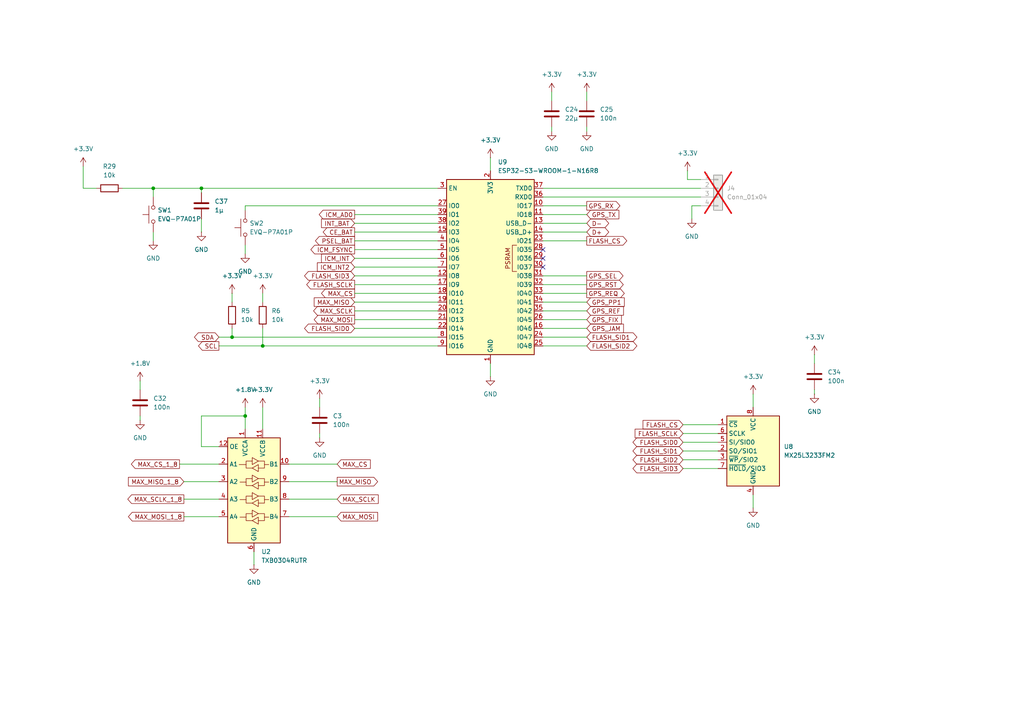
<source format=kicad_sch>
(kicad_sch (version 20250114) (generator "eeschema") (generator_version "9.0")
  (paper "A4")
  (title_block (title "HorseSense") (date "2025-11-01") (rev "1.0") (company "Philippe12"))
  (lib_symbols
    (symbol "Connector_Generic:Conn_01x04" (pin_names (offset 1.016) (hide yes))
      (property "Reference" "J" (at 0 5.08 0))
      (property "Value" "Conn_01x04" (at 0 -7.62 0))
      (symbol "Conn_01x04_1_1"
        (rectangle (start -1.27 3.81) (end 1.27 -6.35) (stroke (width 0.254)) (fill (type background)))
        (rectangle (start -1.27 2.667) (end 0 2.413) (stroke (width 0.1524)))
        (rectangle (start -1.27 0.127) (end 0 -0.127) (stroke (width 0.1524)))
        (rectangle (start -1.27 -2.413) (end 0 -2.667) (stroke (width 0.1524)))
        (rectangle (start -1.27 -4.953) (end 0 -5.207) (stroke (width 0.1524)))
        (pin passive line (at -5.08 2.54 0) (length 3.81) (name "Pin_1") (number "1"))
        (pin passive line (at -5.08 0 0) (length 3.81) (name "Pin_2") (number "2"))
        (pin passive line (at -5.08 -2.54 0) (length 3.81) (name "Pin_3") (number "3"))
        (pin passive line (at -5.08 -5.08 0) (length 3.81) (name "Pin_4") (number "4"))
      )
    )
    (symbol "Device:C" (pin_numbers (hide yes)) (pin_names (offset 0.254))
      (property "Reference" "C" (at 0.635 2.54 0))
      (property "Value" "C" (at 0.635 -2.54 0))
      (symbol "C_0_1"
        (polyline (pts (xy -2.032 0.762) (xy 2.032 0.762)) (stroke (width 0.508)))
        (polyline (pts (xy -2.032 -0.762) (xy 2.032 -0.762)) (stroke (width 0.508)))
      )
      (symbol "C_1_1"
        (pin passive line (at 0 3.81 270) (length 2.794) (name "~") (number "1"))
        (pin passive line (at 0 -3.81 90) (length 2.794) (name "~") (number "2"))
      )
    )
    (symbol "Device:R" (pin_numbers (hide yes)) (pin_names (offset 0))
      (property "Reference" "R" (at 2.032 0 90))
      (property "Value" "R" (at 0 0 90))
      (symbol "R_0_1"
        (rectangle (start -1.016 -2.54) (end 1.016 2.54) (stroke (width 0.254)))
      )
      (symbol "R_1_1"
        (pin passive line (at 0 3.81 270) (length 1.27) (name "~") (number "1"))
        (pin passive line (at 0 -3.81 90) (length 1.27) (name "~") (number "2"))
      )
    )
    (symbol "Logic_LevelTranslator:TXB0304RUT"
      (property "Reference" "U" (at -6.35 16.51 0))
      (property "Value" "TXB0304RUT" (at 3.81 16.51 0))
      (symbol "TXB0304RUT_0_1"
        (rectangle (start -7.62 15.24) (end 7.62 -15.24) (stroke (width 0.254)) (fill (type background)))
        (polyline (pts (xy -2.286 7.493) (xy -2.286 8.509) (xy -0.508 8.509)))
        (polyline (pts (xy -2.286 2.413) (xy -2.286 3.429) (xy -0.508 3.429)))
        (polyline (pts (xy -2.286 -2.667) (xy -2.286 -1.651) (xy -0.508 -1.651)))
        (polyline (pts (xy -2.286 -7.747) (xy -2.286 -6.731) (xy -0.508 -6.731)))
        (polyline (pts (xy -0.508 6.477) (xy -2.286 6.477) (xy -2.286 7.493) (xy -4.318 7.493)))
        (polyline (pts (xy -0.508 6.477) (xy 1.27 7.493) (xy 1.27 5.461) (xy -0.508 6.477)))
        (polyline (pts (xy -0.508 1.397) (xy -2.286 1.397) (xy -2.286 2.413) (xy -4.064 2.413)))
        (polyline (pts (xy -0.508 1.397) (xy 1.27 2.413) (xy 1.27 0.381) (xy -0.508 1.397)))
        (polyline (pts (xy -0.508 -3.683) (xy -2.286 -3.683) (xy -2.286 -2.667) (xy -4.064 -2.667)))
        (polyline (pts (xy -0.508 -3.683) (xy 1.27 -2.667) (xy 1.27 -4.699) (xy -0.508 -3.683)))
        (polyline (pts (xy -0.508 -8.763) (xy -2.286 -8.763) (xy -2.286 -7.747) (xy -4.064 -7.747)))
        (polyline (pts (xy -0.508 -8.763) (xy 1.27 -7.747) (xy 1.27 -9.779) (xy -0.508 -8.763)))
        (polyline (pts (xy 1.27 8.509) (xy -0.508 7.493) (xy -0.508 9.525) (xy 1.27 8.509)))
        (polyline (pts (xy 1.27 8.509) (xy 3.048 8.509) (xy 3.048 7.493) (xy 4.318 7.493)))
        (polyline (pts (xy 1.27 3.429) (xy -0.508 2.413) (xy -0.508 4.445) (xy 1.27 3.429)))
        (polyline (pts (xy 1.27 3.429) (xy 3.048 3.429) (xy 3.048 2.413) (xy 4.318 2.413)))
        (polyline (pts (xy 1.27 -1.651) (xy -0.508 -2.667) (xy -0.508 -0.635) (xy 1.27 -1.651)))
        (polyline (pts (xy 1.27 -1.651) (xy 3.048 -1.651) (xy 3.048 -2.667) (xy 4.318 -2.667)))
        (polyline (pts (xy 1.27 -6.731) (xy -0.508 -7.747) (xy -0.508 -5.715) (xy 1.27 -6.731)))
        (polyline (pts (xy 1.27 -6.731) (xy 3.048 -6.731) (xy 3.048 -7.747) (xy 4.318 -7.747)))
        (polyline (pts (xy 3.048 7.493) (xy 3.048 6.477) (xy 1.27 6.477)))
        (polyline (pts (xy 3.048 2.413) (xy 3.048 1.397) (xy 1.27 1.397)))
        (polyline (pts (xy 3.048 -2.667) (xy 3.048 -3.683) (xy 1.27 -3.683)))
        (polyline (pts (xy 3.048 -7.747) (xy 3.048 -8.763) (xy 1.27 -8.763)))
      )
      (symbol "TXB0304RUT_1_1"
        (pin input line (at -10.16 12.7 0) (length 2.54) (name "OE") (number "12"))
        (pin tri_state line (at -10.16 7.62 0) (length 2.54) (name "A1") (number "2"))
        (pin tri_state line (at -10.16 2.54 0) (length 2.54) (name "A2") (number "3"))
        (pin tri_state line (at -10.16 -2.54 0) (length 2.54) (name "A3") (number "4"))
        (pin tri_state line (at -10.16 -7.62 0) (length 2.54) (name "A4") (number "5"))
        (pin power_in line (at -2.54 17.78 270) (length 2.54) (name "VCCA") (number "1"))
        (pin power_in line (at 0 -17.78 90) (length 2.54) (name "GND") (number "6"))
        (pin power_in line (at 2.54 17.78 270) (length 2.54) (name "VCCB") (number "11"))
        (pin tri_state line (at 10.16 7.62 180) (length 2.54) (name "B1") (number "10"))
        (pin tri_state line (at 10.16 2.54 180) (length 2.54) (name "B2") (number "9"))
        (pin tri_state line (at 10.16 -2.54 180) (length 2.54) (name "B3") (number "8"))
        (pin tri_state line (at 10.16 -7.62 180) (length 2.54) (name "B4") (number "7"))
      )
    )
    (symbol "Memory_Flash:MX25L3233FM2"
      (property "Reference" "U" (at -6.35 11.43 0))
      (property "Value" "MX25L3233FM2" (at 10.16 11.43 0))
      (symbol "MX25L3233FM2_0_1"
        (rectangle (start -7.62 10.16) (end 7.62 -10.16) (stroke (width 0.254)) (fill (type background)))
      )
      (symbol "MX25L3233FM2_1_1"
        (pin input line (at -10.16 7.62 0) (length 2.54) (name "~{CS}") (number "1"))
        (pin input line (at -10.16 5.08 0) (length 2.54) (name "SCLK") (number "6"))
        (pin bidirectional line (at -10.16 2.54 0) (length 2.54) (name "SI/SIO0") (number "5"))
        (pin bidirectional line (at -10.16 0 0) (length 2.54) (name "SO/SIO1") (number "2"))
        (pin bidirectional line (at -10.16 -2.54 0) (length 2.54) (name "~{WP}/SIO2") (number "3"))
        (pin bidirectional line (at -10.16 -5.08 0) (length 2.54) (name "~{HOLD}/SIO3") (number "7"))
        (pin power_in line (at 0 12.7 270) (length 2.54) (name "VCC") (number "8"))
        (pin power_in line (at 0 -12.7 90) (length 2.54) (name "GND") (number "4"))
      )
    )
    (symbol "RF_Module:ESP32-S3-WROOM-1"
      (property "Reference" "U" (at -12.7 26.67 0))
      (property "Value" "ESP32-S3-WROOM-1" (at 12.7 26.67 0))
      (symbol "ESP32-S3-WROOM-1_0_0"
        (rectangle (start -12.7 25.4) (end 12.7 -25.4) (stroke (width 0.254)) (fill (type background)))
        (text "PSRAM" (at 5.08 2.54 900) (effects (font (size 1.27 1.27))))
      )
      (symbol "ESP32-S3-WROOM-1_0_1"
        (polyline (pts (xy 7.62 -1.27) (xy 6.35 -1.27) (xy 6.35 6.35) (xy 7.62 6.35)))
      )
      (symbol "ESP32-S3-WROOM-1_1_1"
        (pin input line (at -15.24 22.86 0) (length 2.54) (name "EN") (number "3"))
        (pin bidirectional line (at -15.24 17.78 0) (length 2.54) (name "IO0") (number "27"))
        (pin bidirectional line (at -15.24 15.24 0) (length 2.54) (name "IO1") (number "39"))
        (pin bidirectional line (at -15.24 12.7 0) (length 2.54) (name "IO2") (number "38"))
        (pin bidirectional line (at -15.24 10.16 0) (length 2.54) (name "IO3") (number "15"))
        (pin bidirectional line (at -15.24 7.62 0) (length 2.54) (name "IO4") (number "4"))
        (pin bidirectional line (at -15.24 5.08 0) (length 2.54) (name "IO5") (number "5"))
        (pin bidirectional line (at -15.24 2.54 0) (length 2.54) (name "IO6") (number "6"))
        (pin bidirectional line (at -15.24 0 0) (length 2.54) (name "IO7") (number "7"))
        (pin bidirectional line (at -15.24 -2.54 0) (length 2.54) (name "IO8") (number "12"))
        (pin bidirectional line (at -15.24 -5.08 0) (length 2.54) (name "IO9") (number "17"))
        (pin bidirectional line (at -15.24 -7.62 0) (length 2.54) (name "IO10") (number "18"))
        (pin bidirectional line (at -15.24 -10.16 0) (length 2.54) (name "IO11") (number "19"))
        (pin bidirectional line (at -15.24 -12.7 0) (length 2.54) (name "IO12") (number "20"))
        (pin bidirectional line (at -15.24 -15.24 0) (length 2.54) (name "IO13") (number "21"))
        (pin bidirectional line (at -15.24 -17.78 0) (length 2.54) (name "IO14") (number "22"))
        (pin bidirectional line (at -15.24 -20.32 0) (length 2.54) (name "IO15") (number "8"))
        (pin bidirectional line (at -15.24 -22.86 0) (length 2.54) (name "IO16") (number "9"))
        (pin power_in line (at 0 27.94 270) (length 2.54) (name "3V3") (number "2"))
        (pin power_in line (at 0 -27.94 90) (length 2.54) (name "GND") (number "1"))
        (pin passive line (at 0 -27.94 90) (length 2.54) (hide yes) (name "GND") (number "40"))
        (pin passive line (at 0 -27.94 90) (length 2.54) (hide yes) (name "GND") (number "41"))
        (pin bidirectional line (at 15.24 22.86 180) (length 2.54) (name "TXD0") (number "37"))
        (pin bidirectional line (at 15.24 20.32 180) (length 2.54) (name "RXD0") (number "36"))
        (pin bidirectional line (at 15.24 17.78 180) (length 2.54) (name "IO17") (number "10"))
        (pin bidirectional line (at 15.24 15.24 180) (length 2.54) (name "IO18") (number "11"))
        (pin bidirectional line (at 15.24 12.7 180) (length 2.54) (name "USB_D-") (number "13"))
        (pin bidirectional line (at 15.24 10.16 180) (length 2.54) (name "USB_D+") (number "14"))
        (pin bidirectional line (at 15.24 7.62 180) (length 2.54) (name "IO21") (number "23"))
        (pin bidirectional line (at 15.24 5.08 180) (length 2.54) (name "IO35") (number "28"))
        (pin bidirectional line (at 15.24 2.54 180) (length 2.54) (name "IO36") (number "29"))
        (pin bidirectional line (at 15.24 0 180) (length 2.54) (name "IO37") (number "30"))
        (pin bidirectional line (at 15.24 -2.54 180) (length 2.54) (name "IO38") (number "31"))
        (pin bidirectional line (at 15.24 -5.08 180) (length 2.54) (name "IO39") (number "32"))
        (pin bidirectional line (at 15.24 -7.62 180) (length 2.54) (name "IO40") (number "33"))
        (pin bidirectional line (at 15.24 -10.16 180) (length 2.54) (name "IO41") (number "34"))
        (pin bidirectional line (at 15.24 -12.7 180) (length 2.54) (name "IO42") (number "35"))
        (pin bidirectional line (at 15.24 -15.24 180) (length 2.54) (name "IO45") (number "26"))
        (pin bidirectional line (at 15.24 -17.78 180) (length 2.54) (name "IO46") (number "16"))
        (pin bidirectional line (at 15.24 -20.32 180) (length 2.54) (name "IO47") (number "24"))
        (pin bidirectional line (at 15.24 -22.86 180) (length 2.54) (name "IO48") (number "25"))
      )
    )
    (symbol "Switch:SW_Omron_B3FS" (pin_numbers (hide yes)) (pin_names (offset 1.016) (hide yes))
      (property "Reference" "SW" (at 1.27 2.54 0))
      (property "Value" "SW_Omron_B3FS" (at 0 -1.524 0))
      (symbol "SW_Omron_B3FS_0_1"
        (circle (center -2.032 0) (radius 0.508))
        (polyline (pts (xy 0 1.27) (xy 0 3.048)))
        (circle (center 2.032 0) (radius 0.508))
        (polyline (pts (xy 2.54 1.27) (xy -2.54 1.27)))
        (pin passive line (at -5.08 0 0) (length 2.54) (name "1") (number "1"))
        (pin passive line (at 5.08 0 180) (length 2.54) (name "2") (number "2"))
      )
    )
    (symbol "power:+3.3V" (power) (pin_numbers (hide yes)) (pin_names (offset 0) (hide yes))
      (property "Value" "+3.3V" (at 0 3.556 0))
      (symbol "+3.3V_0_1"
        (polyline (pts (xy -0.762 1.27) (xy 0 2.54)))
        (polyline (pts (xy 0 2.54) (xy 0.762 1.27)))
        (polyline (pts (xy 0 0) (xy 0 2.54)))
      )
      (symbol "+3.3V_1_1"
        (pin power_in line (at 0 0 90) (length 0) (name "~") (number "1"))
      )
    )
    (symbol "power:GND" (power) (pin_numbers (hide yes)) (pin_names (offset 0) (hide yes))
      (property "Value" "GND" (at 0 -3.81 0))
      (symbol "GND_0_1"
        (polyline (pts (xy 0 0) (xy 0 -1.27) (xy 1.27 -1.27) (xy 0 -2.54) (xy -1.27 -1.27) (xy 0 -1.27)))
      )
      (symbol "GND_1_1"
        (pin power_in line (at 0 0 270) (length 0) (name "~") (number "1"))
      )
    )
  )
  (junction (at 44.45 54.61))
  (junction (at 67.31 97.79))
  (junction (at 58.42 54.61))
  (junction (at 71.12 120.65))
  (junction (at 76.2 100.33))
  (no_connect (at 157.48 74.93))
  (no_connect (at 157.48 77.47))
  (no_connect (at 157.48 72.39))
  (wire (pts (xy 198.12 123.19) (xy 208.28 123.19)))
  (wire (pts (xy 102.87 74.93) (xy 127 74.93)))
  (wire (pts (xy 71.12 120.65) (xy 71.12 124.46)))
  (wire (pts (xy 83.82 139.7) (xy 97.79 139.7)))
  (wire (pts (xy 142.24 105.41) (xy 142.24 109.22)))
  (wire (pts (xy 58.42 54.61) (xy 127 54.61)))
  (wire (pts (xy 92.71 125.73) (xy 92.71 127)))
  (wire (pts (xy 157.48 80.01) (xy 170.18 80.01)))
  (wire (pts (xy 58.42 120.65) (xy 71.12 120.65)))
  (wire (pts (xy 102.87 90.17) (xy 127 90.17)))
  (wire (pts (xy 102.87 62.23) (xy 127 62.23)))
  (wire (pts (xy 102.87 67.31) (xy 127 67.31)))
  (wire (pts (xy 44.45 54.61) (xy 44.45 57.15)))
  (wire (pts (xy 198.12 135.89) (xy 208.28 135.89)))
  (wire (pts (xy 102.87 69.85) (xy 127 69.85)))
  (wire (pts (xy 170.18 36.83) (xy 170.18 38.1)))
  (wire (pts (xy 127 59.69) (xy 71.12 59.69)))
  (wire (pts (xy 157.48 59.69) (xy 170.18 59.69)))
  (wire (pts (xy 218.44 114.3) (xy 218.44 118.11)))
  (wire (pts (xy 199.39 52.07) (xy 199.39 49.53)))
  (wire (pts (xy 58.42 54.61) (xy 58.42 55.88)))
  (wire (pts (xy 71.12 118.11) (xy 71.12 120.65)))
  (wire (pts (xy 157.48 57.15) (xy 203.2 57.15)))
  (wire (pts (xy 73.66 160.02) (xy 73.66 163.83)))
  (wire (pts (xy 157.48 82.55) (xy 170.18 82.55)))
  (wire (pts (xy 71.12 59.69) (xy 71.12 60.96)))
  (wire (pts (xy 102.87 82.55) (xy 127 82.55)))
  (wire (pts (xy 236.22 113.03) (xy 236.22 114.3)))
  (wire (pts (xy 157.48 54.61) (xy 203.2 54.61)))
  (wire (pts (xy 92.71 115.57) (xy 92.71 118.11)))
  (wire (pts (xy 157.48 100.33) (xy 170.18 100.33)))
  (wire (pts (xy 160.02 36.83) (xy 160.02 38.1)))
  (wire (pts (xy 102.87 87.63) (xy 127 87.63)))
  (wire (pts (xy 44.45 54.61) (xy 58.42 54.61)))
  (wire (pts (xy 157.48 92.71) (xy 170.18 92.71)))
  (wire (pts (xy 198.12 128.27) (xy 208.28 128.27)))
  (wire (pts (xy 102.87 72.39) (xy 127 72.39)))
  (wire (pts (xy 157.48 64.77) (xy 170.18 64.77)))
  (wire (pts (xy 200.66 63.5) (xy 200.66 59.69)))
  (wire (pts (xy 76.2 95.25) (xy 76.2 100.33)))
  (wire (pts (xy 102.87 85.09) (xy 127 85.09)))
  (wire (pts (xy 198.12 130.81) (xy 208.28 130.81)))
  (wire (pts (xy 102.87 64.77) (xy 127 64.77)))
  (wire (pts (xy 63.5 129.54) (xy 58.42 129.54)))
  (wire (pts (xy 157.48 87.63) (xy 170.18 87.63)))
  (wire (pts (xy 102.87 80.01) (xy 127 80.01)))
  (wire (pts (xy 170.18 26.67) (xy 170.18 29.21)))
  (wire (pts (xy 200.66 59.69) (xy 203.2 59.69)))
  (wire (pts (xy 157.48 62.23) (xy 170.18 62.23)))
  (wire (pts (xy 63.5 97.79) (xy 67.31 97.79)))
  (wire (pts (xy 35.56 54.61) (xy 44.45 54.61)))
  (wire (pts (xy 53.34 144.78) (xy 63.5 144.78)))
  (wire (pts (xy 102.87 92.71) (xy 127 92.71)))
  (wire (pts (xy 40.64 120.65) (xy 40.64 121.92)))
  (wire (pts (xy 157.48 97.79) (xy 170.18 97.79)))
  (wire (pts (xy 67.31 97.79) (xy 67.31 95.25)))
  (wire (pts (xy 27.94 54.61) (xy 24.13 54.61)))
  (wire (pts (xy 40.64 110.49) (xy 40.64 113.03)))
  (wire (pts (xy 160.02 26.67) (xy 160.02 29.21)))
  (wire (pts (xy 198.12 125.73) (xy 208.28 125.73)))
  (wire (pts (xy 203.2 52.07) (xy 199.39 52.07)))
  (wire (pts (xy 52.07 134.62) (xy 63.5 134.62)))
  (wire (pts (xy 83.82 134.62) (xy 97.79 134.62)))
  (wire (pts (xy 44.45 67.31) (xy 44.45 69.85)))
  (wire (pts (xy 157.48 90.17) (xy 170.18 90.17)))
  (wire (pts (xy 58.42 129.54) (xy 58.42 120.65)))
  (wire (pts (xy 76.2 100.33) (xy 127 100.33)))
  (wire (pts (xy 218.44 143.51) (xy 218.44 147.32)))
  (wire (pts (xy 63.5 100.33) (xy 76.2 100.33)))
  (wire (pts (xy 157.48 69.85) (xy 170.18 69.85)))
  (wire (pts (xy 53.34 149.86) (xy 63.5 149.86)))
  (wire (pts (xy 83.82 149.86) (xy 97.79 149.86)))
  (wire (pts (xy 236.22 102.87) (xy 236.22 105.41)))
  (wire (pts (xy 198.12 133.35) (xy 208.28 133.35)))
  (wire (pts (xy 83.82 144.78) (xy 97.79 144.78)))
  (wire (pts (xy 24.13 54.61) (xy 24.13 48.26)))
  (wire (pts (xy 53.34 139.7) (xy 63.5 139.7)))
  (wire (pts (xy 67.31 97.79) (xy 127 97.79)))
  (wire (pts (xy 157.48 85.09) (xy 170.18 85.09)))
  (wire (pts (xy 157.48 67.31) (xy 170.18 67.31)))
  (wire (pts (xy 71.12 71.12) (xy 71.12 73.66)))
  (wire (pts (xy 67.31 85.09) (xy 67.31 87.63)))
  (wire (pts (xy 76.2 118.11) (xy 76.2 124.46)))
  (wire (pts (xy 76.2 85.09) (xy 76.2 87.63)))
  (wire (pts (xy 58.42 63.5) (xy 58.42 67.31)))
  (wire (pts (xy 157.48 95.25) (xy 170.18 95.25)))
  (wire (pts (xy 142.24 45.72) (xy 142.24 49.53)))
  (wire (pts (xy 102.87 95.25) (xy 127 95.25)))
  (wire (pts (xy 102.87 77.47) (xy 127 77.47)))
  (global_label "GPS_JAM" (shape input) (at 170.18 95.25 0) (property "Intersheetrefs" "${INTERSHEET_REFS}" (effects (hide yes))))
  (global_label "GPS_TX" (shape input) (at 170.18 62.23 0) (property "Intersheetrefs" "${INTERSHEET_REFS}" (effects (hide yes))))
  (global_label "FLASH_CS" (shape output) (at 170.18 69.85 0) (property "Intersheetrefs" "${INTERSHEET_REFS}" (effects (hide yes))))
  (global_label "ICM_FSYNC" (shape output) (at 102.87 72.39 180) (property "Intersheetrefs" "${INTERSHEET_REFS}" (effects (hide yes))))
  (global_label "PSEL_BAT" (shape output) (at 102.87 69.85 180) (property "Intersheetrefs" "${INTERSHEET_REFS}" (effects (hide yes))))
  (global_label "ICM_AD0" (shape output) (at 102.87 62.23 180) (property "Intersheetrefs" "${INTERSHEET_REFS}" (effects (hide yes))))
  (global_label "MAX_MOSI" (shape input) (at 97.79 149.86 0) (property "Intersheetrefs" "${INTERSHEET_REFS}" (effects (hide yes))))
  (global_label "MAX_MISO" (shape input) (at 102.87 87.63 180) (property "Intersheetrefs" "${INTERSHEET_REFS}" (effects (hide yes))))
  (global_label "FLASH_SID1" (shape bidirectional) (at 170.18 97.79 0) (property "Intersheetrefs" "${INTERSHEET_REFS}" (effects (hide yes))))
  (global_label "GPS_PP1" (shape input) (at 170.18 87.63 0) (property "Intersheetrefs" "${INTERSHEET_REFS}" (effects (hide yes))))
  (global_label "GPS_REF" (shape input) (at 170.18 90.17 0) (property "Intersheetrefs" "${INTERSHEET_REFS}" (effects (hide yes))))
  (global_label "ICM_INT" (shape input) (at 102.87 74.93 180) (property "Intersheetrefs" "${INTERSHEET_REFS}" (effects (hide yes))))
  (global_label "GPS_REQ" (shape output) (at 170.18 85.09 0) (property "Intersheetrefs" "${INTERSHEET_REFS}" (effects (hide yes))))
  (global_label "INT_BAT" (shape input) (at 102.87 64.77 180) (property "Intersheetrefs" "${INTERSHEET_REFS}" (effects (hide yes))))
  (global_label "D-" (shape bidirectional) (at 170.18 64.77 0) (property "Intersheetrefs" "${INTERSHEET_REFS}" (effects (hide yes))))
  (global_label "FLASH_SID1" (shape bidirectional) (at 198.12 130.81 180) (property "Intersheetrefs" "${INTERSHEET_REFS}" (effects (hide yes))))
  (global_label "D+" (shape bidirectional) (at 170.18 67.31 0) (property "Intersheetrefs" "${INTERSHEET_REFS}" (effects (hide yes))))
  (global_label "FLASH_SCLK" (shape output) (at 102.87 82.55 180) (property "Intersheetrefs" "${INTERSHEET_REFS}" (effects (hide yes))))
  (global_label "MAX_MISO_1_8" (shape input) (at 53.34 139.7 180) (property "Intersheetrefs" "${INTERSHEET_REFS}" (effects (hide yes))))
  (global_label "FLASH_SID2" (shape bidirectional) (at 170.18 100.33 0) (property "Intersheetrefs" "${INTERSHEET_REFS}" (effects (hide yes))))
  (global_label "CE_BAT" (shape output) (at 102.87 67.31 180) (property "Intersheetrefs" "${INTERSHEET_REFS}" (effects (hide yes))))
  (global_label "FLASH_CS" (shape input) (at 198.12 123.19 180) (property "Intersheetrefs" "${INTERSHEET_REFS}" (effects (hide yes))))
  (global_label "MAX_CS" (shape input) (at 97.79 134.62 0) (property "Intersheetrefs" "${INTERSHEET_REFS}" (effects (hide yes))))
  (global_label "MAX_CS_1_8" (shape output) (at 52.07 134.62 180) (property "Intersheetrefs" "${INTERSHEET_REFS}" (effects (hide yes))))
  (global_label "MAX_MOSI_1_8" (shape output) (at 53.34 149.86 180) (property "Intersheetrefs" "${INTERSHEET_REFS}" (effects (hide yes))))
  (global_label "FLASH_SID0" (shape bidirectional) (at 198.12 128.27 180) (property "Intersheetrefs" "${INTERSHEET_REFS}" (effects (hide yes))))
  (global_label "MAX_SCLK" (shape input) (at 97.79 144.78 0) (property "Intersheetrefs" "${INTERSHEET_REFS}" (effects (hide yes))))
  (global_label "GPS_RX" (shape output) (at 170.18 59.69 0) (property "Intersheetrefs" "${INTERSHEET_REFS}" (effects (hide yes))))
  (global_label "SCL" (shape output) (at 63.5 100.33 180) (property "Intersheetrefs" "${INTERSHEET_REFS}" (effects (hide yes))))
  (global_label "SDA" (shape bidirectional) (at 63.5 97.79 180) (property "Intersheetrefs" "${INTERSHEET_REFS}" (effects (hide yes))))
  (global_label "FLASH_SID3" (shape bidirectional) (at 102.87 80.01 180) (property "Intersheetrefs" "${INTERSHEET_REFS}" (effects (hide yes))))
  (global_label "MAX_CS" (shape output) (at 102.87 85.09 180) (property "Intersheetrefs" "${INTERSHEET_REFS}" (effects (hide yes))))
  (global_label "MAX_SCLK_1_8" (shape output) (at 53.34 144.78 180) (property "Intersheetrefs" "${INTERSHEET_REFS}" (effects (hide yes))))
  (global_label "ICM_INT2" (shape input) (at 102.87 77.47 180) (property "Intersheetrefs" "${INTERSHEET_REFS}" (effects (hide yes))))
  (global_label "MAX_SCLK" (shape output) (at 102.87 90.17 180) (property "Intersheetrefs" "${INTERSHEET_REFS}" (effects (hide yes))))
  (global_label "MAX_MISO" (shape output) (at 97.79 139.7 0) (property "Intersheetrefs" "${INTERSHEET_REFS}" (effects (hide yes))))
  (global_label "GPS_RST" (shape output) (at 170.18 82.55 0) (property "Intersheetrefs" "${INTERSHEET_REFS}" (effects (hide yes))))
  (global_label "FLASH_SID3" (shape bidirectional) (at 198.12 135.89 180) (property "Intersheetrefs" "${INTERSHEET_REFS}" (effects (hide yes))))
  (global_label "MAX_MOSI" (shape output) (at 102.87 92.71 180) (property "Intersheetrefs" "${INTERSHEET_REFS}" (effects (hide yes))))
  (global_label "FLASH_SCLK" (shape input) (at 198.12 125.73 180) (property "Intersheetrefs" "${INTERSHEET_REFS}" (effects (hide yes))))
  (global_label "GPS_SEL" (shape output) (at 170.18 80.01 0) (property "Intersheetrefs" "${INTERSHEET_REFS}" (effects (hide yes))))
  (global_label "FLASH_SID0" (shape bidirectional) (at 102.87 95.25 180) (property "Intersheetrefs" "${INTERSHEET_REFS}" (effects (hide yes))))
  (global_label "FLASH_SID2" (shape bidirectional) (at 198.12 133.35 180) (property "Intersheetrefs" "${INTERSHEET_REFS}" (effects (hide yes))))
  (global_label "GPS_FIX" (shape input) (at 170.18 92.71 0) (property "Intersheetrefs" "${INTERSHEET_REFS}" (effects (hide yes))))
  (symbol (lib_id "Logic_LevelTranslator:TXB0304RUT") (at 73.66 142.24 0) (unit 1)
    (property "Reference" "U2" (at 75.8033 160.02 0) (effects (justify left)))
    (property "Value" "TXB0304RUTR" (at 75.8033 162.56 0) (effects (justify left)))
    (property "Footprint" "Package_DFN_QFN:Texas_R-PUQFN-N12" (effects (hide yes)))
    (property "Datasheet" "http://www.ti.com/lit/ds/symlink/txb0304.pdf" (effects (hide yes)))
    (property "Description" "4-Bit Bidirectional Voltage-Level Translator, Auto Direction Sensing, 0.9 - 3.6V APort, 0.9 - 3.6V BPort, Active High Output Enable, Texas_PUQFN-12" (effects (hide yes)))
    (property "JLCPCB Part #" "C69598" (effects (hide yes)))
    (property "manf#" "TXB0304RUTR" (effects (hide yes)))
  )
  (symbol (lib_id "power:+3.3V") (at 92.71 115.57 0) (unit 1)
    (property "Reference" "#PWR074" (effects (hide yes)))
    (property "Value" "+3.3V" (at 92.71 110.49 0))
    (property "Description" "Power symbol creates a global label with name \"+3.3V\"" (effects (hide yes)))
  )
  (symbol (lib_id "power:+3.3V") (at 199.39 49.53 0) (unit 1)
    (property "Reference" "#PWR070" (effects (hide yes)))
    (property "Value" "+3.3V" (at 199.39 44.45 0))
    (property "Description" "Power symbol creates a global label with name \"+3.3V\"" (effects (hide yes)))
  )
  (symbol (lib_id "power:GND") (at 73.66 163.83 0) (unit 1)
    (property "Reference" "#PWR073" (effects (hide yes)))
    (property "Value" "GND" (at 73.66 168.91 0))
    (property "Description" "Power symbol creates a global label with name \"GND\" , ground" (effects (hide yes)))
  )
  (symbol (lib_id "Switch:SW_Omron_B3FS") (at 44.45 62.23 90) (unit 1)
    (property "Reference" "SW1" (at 45.72 60.9599 90) (effects (justify right)))
    (property "Value" "EVQ-P7A01P" (at 45.72 63.4999 90) (effects (justify right)))
    (property "Footprint" "Button_Switch_SMD:SW_SPST_EVQP7A" (effects (hide yes)))
    (property "Datasheet" "https://omronfs.omron.com/en_US/ecb/products/pdf/en-b3fs.pdf" (effects (hide yes)))
    (property "Description" "Omron B3FS 6x6mm single pole normally-open tactile switch" (effects (hide yes)))
    (property "manf#" "EVQ-P7A01P" (effects (hide yes)))
    (property "gp" "1825910-6" (effects (hide yes)))
    (property "JLCPCB Part #" "C79167" (effects (hide yes)))
  )
  (symbol (lib_id "power:GND") (at 40.64 121.92 0) (unit 1)
    (property "Reference" "#PWR077" (effects (hide yes)))
    (property "Value" "GND" (at 40.64 127 0))
    (property "Description" "Power symbol creates a global label with name \"GND\" , ground" (effects (hide yes)))
  )
  (symbol (lib_id "power:GND") (at 44.45 69.85 0) (unit 1)
    (property "Reference" "#PWR0107" (effects (hide yes)))
    (property "Value" "GND" (at 44.45 74.93 0))
    (property "Description" "Power symbol creates a global label with name \"GND\" , ground" (effects (hide yes)))
  )
  (symbol (lib_id "power:GND") (at 58.42 67.31 0) (unit 1)
    (property "Reference" "#PWR0108" (effects (hide yes)))
    (property "Value" "GND" (at 58.42 72.39 0))
    (property "Description" "Power symbol creates a global label with name \"GND\" , ground" (effects (hide yes)))
  )
  (symbol (lib_id "Device:R") (at 76.2 91.44 0) (unit 1)
    (property "Reference" "R6" (at 78.74 90.1699 0) (effects (justify left)))
    (property "Value" "10k" (at 78.74 92.7099 0) (effects (justify left)))
    (property "Footprint" "Resistor_SMD:R_0805_2012Metric" (effects (hide yes)))
    (property "Description" "Resistor" (effects (hide yes)))
    (property "JLCPCB Part #" "C276215" (effects (hide yes)))
    (property "manf#" "RK73H2ATTD1002F" (effects (hide yes)))
  )
  (symbol (lib_id "power:GND") (at 142.24 109.22 0) (unit 1)
    (property "Reference" "#PWR0105" (effects (hide yes)))
    (property "Value" "GND" (at 142.24 114.3 0))
    (property "Description" "Power symbol creates a global label with name \"GND\" , ground" (effects (hide yes)))
  )
  (symbol (lib_id "Device:R") (at 31.75 54.61 90) (unit 1)
    (property "Reference" "R29" (at 31.75 48.26 90))
    (property "Value" "10k" (at 31.75 50.8 90))
    (property "Footprint" "Resistor_SMD:R_0805_2012Metric" (effects (hide yes)))
    (property "Description" "Resistor" (effects (hide yes)))
    (property "manf#" "RK73H2ATTD1002F" (effects (hide yes)))
    (property "gp" "RC1206FR-0710KL" (effects (hide yes)))
    (property "JLCPCB Part #" "C276215" (effects (hide yes)))
  )
  (symbol (lib_id "Memory_Flash:MX25L3233FM2") (at 218.44 130.81 0) (unit 1)
    (property "Reference" "U8" (at 227.33 129.5399 0) (effects (justify left)))
    (property "Value" "MX25L3233FM2" (at 227.33 132.0799 0) (effects (justify left)))
    (property "Footprint" "Package_DFN_QFN:W-PDFN-8-1EP_6x5mm_P1.27mm_EP3x3mm" (effects (hide yes)))
    (property "Datasheet" "https://www.macronix.com/Lists/Datasheet/Attachments/8933/MX25L3233F,%203V,%2032Mb,%20v1.7.pdf" (effects (hide yes)))
    (property "Description" "32-Mbit, 3V (2.65V-3.6V) SPI Serial Flash Memory, SOIC-8 (SOP-8, 208 mil)" (effects (hide yes)))
  )
  (symbol (lib_id "power:+3.3V") (at 218.44 114.3 0) (unit 1)
    (property "Reference" "#PWR083" (effects (hide yes)))
    (property "Value" "+3.3V" (at 218.44 109.22 0))
    (property "Description" "Power symbol creates a global label with name \"+3.3V\"" (effects (hide yes)))
  )
  (symbol (lib_id "power:+3.3V") (at 76.2 85.09 0) (unit 1)
    (property "Reference" "#PWR07" (effects (hide yes)))
    (property "Value" "+3.3V" (at 76.2 80.01 0))
    (property "Description" "Power symbol creates a global label with name \"+3.3V\"" (effects (hide yes)))
  )
  (symbol (lib_id "power:+3.3V") (at 40.64 110.49 0) (unit 1)
    (property "Reference" "#PWR078" (effects (hide yes)))
    (property "Value" "+1.8V" (at 40.64 105.41 0))
    (property "Description" "Power symbol creates a global label with name \"+3.3V\"" (effects (hide yes)))
  )
  (symbol (lib_id "power:GND") (at 200.66 63.5 0) (unit 1)
    (property "Reference" "#PWR071" (effects (hide yes)))
    (property "Value" "GND" (at 200.66 68.58 0))
    (property "Description" "Power symbol creates a global label with name \"GND\" , ground" (effects (hide yes)))
  )
  (symbol (lib_id "RF_Module:ESP32-S3-WROOM-1") (at 142.24 77.47 0) (unit 1)
    (property "Reference" "U9" (at 144.3833 46.99 0) (effects (justify left)))
    (property "Value" "ESP32-S3-WROOM-1-N16R8" (at 144.3833 49.53 0) (effects (justify left)))
    (property "Footprint" "RF_Module:ESP32-S3-WROOM-1" (effects (hide yes)))
    (property "Datasheet" "https://www.espressif.com/sites/default/files/documentation/esp32-s3-wroom-1_wroom-1u_datasheet_en.pdf" (effects (hide yes)))
    (property "Description" "RF Module, ESP32-S3 SoC, Wi-Fi 802.11b/g/n, Bluetooth, BLE, 32-bit, 3.3V, onboard antenna, SMD" (effects (hide yes)))
    (property "manf#" "ESP32-S3-WROOM-1-N16R8" (effects (hide yes)))
    (property "gp" "ESP32-S3-WROOM-1-N16R8" (effects (hide yes)))
    (property "JLCPCB Part #" "C2913202" (effects (hide yes)))
  )
  (symbol (lib_id "power:+3.3V") (at 170.18 26.67 0) (unit 1)
    (property "Reference" "#PWR0102" (effects (hide yes)))
    (property "Value" "+3.3V" (at 170.18 21.59 0))
    (property "Description" "Power symbol creates a global label with name \"+3.3V\"" (effects (hide yes)))
  )
  (symbol (lib_id "Connector_Generic:Conn_01x04") (at 208.28 54.61 0) (unit 1) (in_bom no) (dnp yes)
    (property "Reference" "J4" (at 210.82 54.6099 0) (effects (justify left)))
    (property "Value" "Conn_01x04" (at 210.82 57.1499 0) (effects (justify left)))
    (property "Footprint" "Connector_PinHeader_1.27mm:PinHeader_1x04_P1.27mm_Vertical" (effects (hide yes)))
    (property "Description" "Generic connector, single row, 01x04, script generated (kicad-library-utils/schlib/autogen/connector/)" (effects (hide yes)))
  )
  (symbol (lib_id "power:+3.3V") (at 236.22 102.87 0) (unit 1)
    (property "Reference" "#PWR081" (effects (hide yes)))
    (property "Value" "+3.3V" (at 236.22 97.79 0))
    (property "Description" "Power symbol creates a global label with name \"+3.3V\"" (effects (hide yes)))
  )
  (symbol (lib_id "Device:R") (at 67.31 91.44 0) (unit 1)
    (property "Reference" "R5" (at 69.85 90.1699 0) (effects (justify left)))
    (property "Value" "10k" (at 69.85 92.7099 0) (effects (justify left)))
    (property "Footprint" "Resistor_SMD:R_0805_2012Metric" (effects (hide yes)))
    (property "Description" "Resistor" (effects (hide yes)))
    (property "JLCPCB Part #" "C276215" (effects (hide yes)))
    (property "manf#" "RK73H2ATTD1002F" (effects (hide yes)))
  )
  (symbol (lib_id "power:+3.3V") (at 67.31 85.09 0) (unit 1)
    (property "Reference" "#PWR05" (effects (hide yes)))
    (property "Value" "+3.3V" (at 67.31 80.01 0))
    (property "Description" "Power symbol creates a global label with name \"+3.3V\"" (effects (hide yes)))
  )
  (symbol (lib_id "power:+3.3V") (at 76.2 118.11 0) (unit 1)
    (property "Reference" "#PWR072" (effects (hide yes)))
    (property "Value" "+3.3V" (at 76.2 113.03 0))
    (property "Description" "Power symbol creates a global label with name \"+3.3V\"" (effects (hide yes)))
  )
  (symbol (lib_id "power:GND") (at 92.71 127 0) (unit 1)
    (property "Reference" "#PWR075" (effects (hide yes)))
    (property "Value" "GND" (at 92.71 132.08 0))
    (property "Description" "Power symbol creates a global label with name \"GND\" , ground" (effects (hide yes)))
  )
  (symbol (lib_id "power:+3.3V") (at 142.24 45.72 0) (unit 1)
    (property "Reference" "#PWR0104" (effects (hide yes)))
    (property "Value" "+3.3V" (at 142.24 40.64 0))
    (property "Description" "Power symbol creates a global label with name \"+3.3V\"" (effects (hide yes)))
  )
  (symbol (lib_id "power:GND") (at 170.18 38.1 0) (unit 1)
    (property "Reference" "#PWR0103" (effects (hide yes)))
    (property "Value" "GND" (at 170.18 43.18 0))
    (property "Description" "Power symbol creates a global label with name \"GND\" , ground" (effects (hide yes)))
  )
  (symbol (lib_id "Device:C") (at 92.71 121.92 0) (unit 1)
    (property "Reference" "C3" (at 96.52 120.6499 0) (effects (justify left)))
    (property "Value" "100n" (at 96.52 123.1899 0) (effects (justify left)))
    (property "Footprint" "Capacitor_SMD:C_0805_2012Metric" (effects (hide yes)))
    (property "Description" "Unpolarized capacitor" (effects (hide yes)))
    (property "manf#" "CL21B104KBCNNNC" (effects (hide yes)))
    (property "gp" " CC1206KKX7R7BB105" (effects (hide yes)))
    (property "JLCPCB Part #" "C1711" (effects (hide yes)))
  )
  (symbol (lib_id "Device:C") (at 170.18 33.02 0) (unit 1)
    (property "Reference" "C25" (at 173.99 31.7499 0) (effects (justify left)))
    (property "Value" "100n" (at 173.99 34.2899 0) (effects (justify left)))
    (property "Footprint" "Capacitor_SMD:C_0805_2012Metric" (effects (hide yes)))
    (property "Description" "Unpolarized capacitor" (effects (hide yes)))
    (property "manf#" "CL21B104KBCNNNC" (effects (hide yes)))
    (property "gp" " CC1206KKX7R7BB105" (effects (hide yes)))
    (property "JLCPCB Part #" "C1711" (effects (hide yes)))
  )
  (symbol (lib_id "power:GND") (at 71.12 73.66 0) (unit 1)
    (property "Reference" "#PWR0109" (effects (hide yes)))
    (property "Value" "GND" (at 71.12 78.74 0))
    (property "Description" "Power symbol creates a global label with name \"GND\" , ground" (effects (hide yes)))
  )
  (symbol (lib_id "power:GND") (at 236.22 114.3 0) (unit 1)
    (property "Reference" "#PWR082" (effects (hide yes)))
    (property "Value" "GND" (at 236.22 119.38 0))
    (property "Description" "Power symbol creates a global label with name \"GND\" , ground" (effects (hide yes)))
  )
  (symbol (lib_id "power:GND") (at 218.44 147.32 0) (unit 1)
    (property "Reference" "#PWR084" (effects (hide yes)))
    (property "Value" "GND" (at 218.44 152.4 0))
    (property "Description" "Power symbol creates a global label with name \"GND\" , ground" (effects (hide yes)))
  )
  (symbol (lib_id "power:+3.3V") (at 71.12 118.11 0) (unit 1)
    (property "Reference" "#PWR076" (effects (hide yes)))
    (property "Value" "+1.8V" (at 71.12 113.03 0))
    (property "Description" "Power symbol creates a global label with name \"+3.3V\"" (effects (hide yes)))
  )
  (symbol (lib_id "Device:C") (at 40.64 116.84 0) (unit 1)
    (property "Reference" "C32" (at 44.45 115.5699 0) (effects (justify left)))
    (property "Value" "100n" (at 44.45 118.1099 0) (effects (justify left)))
    (property "Footprint" "Capacitor_SMD:C_0805_2012Metric" (effects (hide yes)))
    (property "Description" "Unpolarized capacitor" (effects (hide yes)))
    (property "manf#" "CL21B104KBCNNNC" (effects (hide yes)))
    (property "gp" " CC1206KKX7R7BB105" (effects (hide yes)))
    (property "JLCPCB Part #" "C1711" (effects (hide yes)))
  )
  (symbol (lib_id "Device:C") (at 58.42 59.69 0) (unit 1)
    (property "Reference" "C37" (at 62.23 58.4199 0) (effects (justify left)))
    (property "Value" "1µ" (at 62.23 60.9599 0) (effects (justify left)))
    (property "Footprint" "Capacitor_SMD:C_0805_2012Metric" (effects (hide yes)))
    (property "Description" "Unpolarized capacitor" (effects (hide yes)))
    (property "manf#" "CL21B105KAFNFNE" (effects (hide yes)))
    (property "gp" " CC1206KKX7R7BB105" (effects (hide yes)))
    (property "JLCPCB Part #" "C1712" (effects (hide yes)))
  )
  (symbol (lib_id "Switch:SW_Omron_B3FS") (at 71.12 66.04 90) (unit 1)
    (property "Reference" "SW2" (at 72.39 64.7699 90) (effects (justify right)))
    (property "Value" "EVQ-P7A01P" (at 72.39 67.3099 90) (effects (justify right)))
    (property "Footprint" "Button_Switch_SMD:SW_SPST_EVQP7A" (effects (hide yes)))
    (property "Datasheet" "https://omronfs.omron.com/en_US/ecb/products/pdf/en-b3fs.pdf" (effects (hide yes)))
    (property "Description" "Omron B3FS 6x6mm single pole normally-open tactile switch" (effects (hide yes)))
    (property "manf#" "EVQ-P7A01P" (effects (hide yes)))
    (property "gp" "1825910-6" (effects (hide yes)))
    (property "JLCPCB Part #" "C79167" (effects (hide yes)))
  )
  (symbol (lib_id "power:GND") (at 160.02 38.1 0) (unit 1)
    (property "Reference" "#PWR0101" (effects (hide yes)))
    (property "Value" "GND" (at 160.02 43.18 0))
    (property "Description" "Power symbol creates a global label with name \"GND\" , ground" (effects (hide yes)))
  )
  (symbol (lib_id "power:+3.3V") (at 24.13 48.26 0) (unit 1)
    (property "Reference" "#PWR0106" (effects (hide yes)))
    (property "Value" "+3.3V" (at 24.13 43.18 0))
    (property "Description" "Power symbol creates a global label with name \"+3.3V\"" (effects (hide yes)))
  )
  (symbol (lib_id "Device:C") (at 236.22 109.22 0) (unit 1)
    (property "Reference" "C34" (at 240.03 107.9499 0) (effects (justify left)))
    (property "Value" "100n" (at 240.03 110.4899 0) (effects (justify left)))
    (property "Footprint" "Capacitor_SMD:C_0805_2012Metric" (effects (hide yes)))
    (property "Description" "Unpolarized capacitor" (effects (hide yes)))
    (property "manf#" "CL21B104KBCNNNC" (effects (hide yes)))
    (property "gp" " CC1206KKX7R7BB105" (effects (hide yes)))
    (property "JLCPCB Part #" "C1711" (effects (hide yes)))
  )
  (symbol (lib_id "power:+3.3V") (at 160.02 26.67 0) (unit 1)
    (property "Reference" "#PWR0100" (effects (hide yes)))
    (property "Value" "+3.3V" (at 160.02 21.59 0))
    (property "Description" "Power symbol creates a global label with name \"+3.3V\"" (effects (hide yes)))
  )
  (symbol (lib_id "Device:C") (at 160.02 33.02 0) (unit 1)
    (property "Reference" "C24" (at 163.83 31.7499 0) (effects (justify left)))
    (property "Value" "22µ" (at 163.83 34.2899 0) (effects (justify left)))
    (property "Footprint" "Capacitor_SMD:C_0805_2012Metric" (effects (hide yes)))
    (property "Description" "Unpolarized capacitor" (effects (hide yes)))
    (property "manf#" "GRM21BZ71A226ME15L" (effects (hide yes)))
    (property "gp" " CC1206KKX7R7BB105" (effects (hide yes)))
    (property "JLCPCB Part #" "C907991" (effects (hide yes)))
  )
)
</source>
